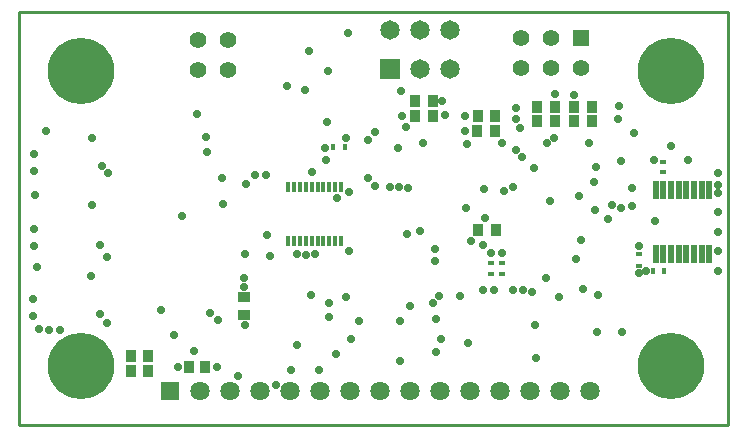
<source format=gbs>
G04*
G04 #@! TF.GenerationSoftware,Altium Limited,Altium Designer,18.0.12 (696)*
G04*
G04 Layer_Color=16711935*
%FSLAX44Y44*%
%MOMM*%
G71*
G01*
G75*
%ADD10C,0.2540*%
%ADD19R,0.6000X0.4500*%
%ADD21R,0.4000X0.6000*%
%ADD37R,0.8270X1.0270*%
%ADD41R,0.9270X1.0270*%
%ADD42R,1.0270X0.8270*%
%ADD47C,1.3970*%
%ADD48R,1.3970X1.3970*%
%ADD49R,1.6510X1.6510*%
%ADD50C,1.6510*%
%ADD51C,0.1270*%
%ADD52R,1.6270X1.6270*%
%ADD53C,1.6270*%
%ADD54C,5.6270*%
%ADD55C,0.7270*%
%ADD64R,0.4500X0.6000*%
%ADD66R,0.6000X0.4000*%
%ADD68R,0.4270X0.8270*%
%ADD69R,0.4770X1.5270*%
D10*
X600000D01*
X0D02*
Y350000D01*
X600000D01*
Y0D02*
Y350000D01*
D19*
X399796Y127588D02*
D03*
Y137588D02*
D03*
X408940Y127588D02*
D03*
Y137588D02*
D03*
X524510Y144700D02*
D03*
Y134700D02*
D03*
D21*
X536774Y130810D02*
D03*
X545774D02*
D03*
D37*
X388486Y165354D02*
D03*
X403486D02*
D03*
X484871Y269240D02*
D03*
X469871D02*
D03*
X453647Y269494D02*
D03*
X438647D02*
D03*
X453724Y257189D02*
D03*
X438724D02*
D03*
X485064Y257048D02*
D03*
X470064D02*
D03*
X402978Y261620D02*
D03*
X387978D02*
D03*
X402822Y248800D02*
D03*
X387822D02*
D03*
X335146Y274574D02*
D03*
X350146D02*
D03*
X334892Y261620D02*
D03*
X349892D02*
D03*
X109354Y46212D02*
D03*
X94354D02*
D03*
X109354Y58674D02*
D03*
X94354D02*
D03*
D41*
X143368Y49530D02*
D03*
X157368D02*
D03*
D42*
X190500Y93518D02*
D03*
Y108518D02*
D03*
D47*
X424434Y327914D02*
D03*
Y302514D02*
D03*
X449834Y327914D02*
D03*
Y302514D02*
D03*
X475234D02*
D03*
X151130Y325882D02*
D03*
Y300482D02*
D03*
X176530Y325882D02*
D03*
Y300482D02*
D03*
D48*
X475234Y327914D02*
D03*
D49*
X313944Y301498D02*
D03*
D50*
X339344D02*
D03*
X364744D02*
D03*
X313944Y334518D02*
D03*
X339344D02*
D03*
X364744D02*
D03*
D51*
X282000Y178900D02*
D03*
X218000D02*
D03*
D52*
X128000Y28851D02*
D03*
D53*
X153400D02*
D03*
X178800D02*
D03*
X204200D02*
D03*
X229600D02*
D03*
X255000D02*
D03*
X280400D02*
D03*
X305800D02*
D03*
X331200D02*
D03*
X356600D02*
D03*
X382000D02*
D03*
X407400D02*
D03*
X432800D02*
D03*
X458200D02*
D03*
X483600D02*
D03*
D54*
X552000Y50000D02*
D03*
Y300000D02*
D03*
X52000D02*
D03*
Y50000D02*
D03*
D55*
X323850Y261620D02*
D03*
X360426Y262382D02*
D03*
X358140Y274574D02*
D03*
X244978Y316616D02*
D03*
X278384Y332232D02*
D03*
X261112Y299720D02*
D03*
X323342Y283210D02*
D03*
X382778Y156054D02*
D03*
X471678Y140208D02*
D03*
X436880Y84582D02*
D03*
X437196Y56580D02*
D03*
X392430Y114420D02*
D03*
X401574D02*
D03*
X394020Y175326D02*
D03*
X352362Y138684D02*
D03*
Y148780D02*
D03*
X158504Y230890D02*
D03*
X158246Y243590D02*
D03*
X276860Y243078D02*
D03*
X247820Y214472D02*
D03*
X269240Y192024D02*
D03*
X279146Y197358D02*
D03*
X210094Y160818D02*
D03*
X377564Y248800D02*
D03*
X226822Y286766D02*
D03*
X241808Y283718D02*
D03*
X327992Y162130D02*
D03*
X190246Y124460D02*
D03*
X150114Y263652D02*
D03*
X341884Y238506D02*
D03*
X327660Y252222D02*
D03*
X320802Y234442D02*
D03*
X408432Y238563D02*
D03*
X425314Y226568D02*
D03*
X393293Y199644D02*
D03*
X537210Y224536D02*
D03*
X509644Y223909D02*
D03*
X322580Y54102D02*
D03*
X281178Y72644D02*
D03*
X262128Y91694D02*
D03*
X287274Y87884D02*
D03*
X322072D02*
D03*
X212503Y143510D02*
D03*
X235204Y67818D02*
D03*
X477520Y115014D02*
D03*
X489557Y110137D02*
D03*
X321310Y201168D02*
D03*
X328930Y200914D02*
D03*
X301244Y248412D02*
D03*
X313690Y201168D02*
D03*
X294894Y241554D02*
D03*
X234950Y144780D02*
D03*
X242500Y144342D02*
D03*
X250444Y144526D02*
D03*
X278892Y147574D02*
D03*
X171958Y208781D02*
D03*
X172720Y187198D02*
D03*
X191770Y204470D02*
D03*
X199898Y211836D02*
D03*
X209042Y211582D02*
D03*
X410020Y198587D02*
D03*
X436118Y217932D02*
D03*
X418020Y201740D02*
D03*
X330454Y100584D02*
D03*
X268224Y59944D02*
D03*
X217424Y33782D02*
D03*
X229870Y46482D02*
D03*
X253746Y46990D02*
D03*
X301498Y202692D02*
D03*
X339344Y164338D02*
D03*
X379476Y237998D02*
D03*
X262128Y103378D02*
D03*
X247142Y110236D02*
D03*
X167894Y88646D02*
D03*
X161798Y95250D02*
D03*
X147828Y62484D02*
D03*
X134112Y49276D02*
D03*
X259588Y224028D02*
D03*
X295354Y209502D02*
D03*
X258826Y234950D02*
D03*
X518716Y200406D02*
D03*
X501598Y185928D02*
D03*
X487426Y182118D02*
D03*
X509270Y183642D02*
D03*
X355346Y108966D02*
D03*
X350520Y103124D02*
D03*
X352806Y90170D02*
D03*
X357378Y72644D02*
D03*
X191262Y144526D02*
D03*
X446532Y238506D02*
D03*
X452882Y242824D02*
D03*
X373126Y108966D02*
D03*
X276606Y108204D02*
D03*
X260600Y256290D02*
D03*
X131064Y76454D02*
D03*
X137668Y177292D02*
D03*
X167640Y49530D02*
D03*
X185420Y41148D02*
D03*
X120396Y97536D02*
D03*
X190500Y116881D02*
D03*
X191008Y84582D02*
D03*
X378206Y183896D02*
D03*
X530606Y130480D02*
D03*
X518922Y185420D02*
D03*
X488696Y218186D02*
D03*
X486410Y205994D02*
D03*
X449160Y189738D02*
D03*
X473710Y193802D02*
D03*
X475996Y156464D02*
D03*
X420796Y233254D02*
D03*
X566166Y224536D02*
D03*
X552196Y236474D02*
D03*
X520566Y247008D02*
D03*
X392430Y152400D02*
D03*
X524510Y128630D02*
D03*
Y151678D02*
D03*
X399796Y145796D02*
D03*
X591820Y130480D02*
D03*
Y146990D02*
D03*
Y163500D02*
D03*
Y196124D02*
D03*
Y180010D02*
D03*
Y203648D02*
D03*
Y213030D02*
D03*
X538150Y172390D02*
D03*
X379730Y69850D02*
D03*
X377190Y261620D02*
D03*
X453647Y280159D02*
D03*
X423672Y251206D02*
D03*
X507746Y269748D02*
D03*
X469871Y279371D02*
D03*
X352552Y62230D02*
D03*
X408940Y146050D02*
D03*
X74676Y142494D02*
D03*
X498703Y174498D02*
D03*
X445704Y124780D02*
D03*
X420624Y259334D02*
D03*
X420370Y268224D02*
D03*
X507238Y258826D02*
D03*
X482346Y239014D02*
D03*
X417627Y114415D02*
D03*
X426720Y114300D02*
D03*
X434340Y112776D02*
D03*
X70104Y218948D02*
D03*
X68072Y152400D02*
D03*
X68580Y93980D02*
D03*
X75184Y213360D02*
D03*
X73914Y86360D02*
D03*
X61468Y243078D02*
D03*
X60960Y125984D02*
D03*
X61468Y186436D02*
D03*
X22352Y248666D02*
D03*
X24892Y80867D02*
D03*
X34290Y80660D02*
D03*
X13462Y194629D02*
D03*
X14808Y134170D02*
D03*
X16764Y81026D02*
D03*
X12642Y215196D02*
D03*
X12056Y229196D02*
D03*
X12476Y151964D02*
D03*
X12294Y165964D02*
D03*
X11908Y92426D02*
D03*
X11938Y106426D02*
D03*
X510464Y78410D02*
D03*
X488950D02*
D03*
X457020Y108278D02*
D03*
D64*
X275764Y235458D02*
D03*
X265764D02*
D03*
D66*
X545350Y213940D02*
D03*
Y222940D02*
D03*
D68*
X272500Y201900D02*
D03*
Y155900D02*
D03*
X267500Y201900D02*
D03*
Y155900D02*
D03*
X262500Y201900D02*
D03*
Y155900D02*
D03*
X257500Y201900D02*
D03*
Y155900D02*
D03*
X252500Y201900D02*
D03*
Y155900D02*
D03*
X247500Y201900D02*
D03*
Y155900D02*
D03*
X242500Y201900D02*
D03*
Y155900D02*
D03*
X237500Y201900D02*
D03*
Y155900D02*
D03*
X232500Y201900D02*
D03*
Y155900D02*
D03*
X227500Y201900D02*
D03*
Y155900D02*
D03*
D69*
X538850Y199060D02*
D03*
X545350D02*
D03*
X551850D02*
D03*
X558350D02*
D03*
X564850D02*
D03*
X571350D02*
D03*
X577850D02*
D03*
X584350D02*
D03*
X538850Y145060D02*
D03*
X545350D02*
D03*
X551850D02*
D03*
X558350D02*
D03*
X564850D02*
D03*
X571350D02*
D03*
X577850D02*
D03*
X584350D02*
D03*
M02*

</source>
